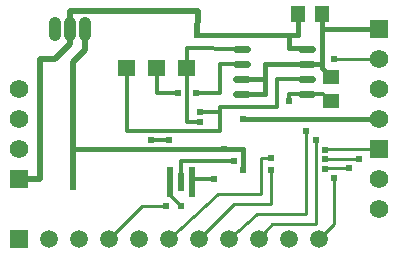
<source format=gtl>
G04 Layer: TopLayer*
G04 EasyEDA v6.3.22, 2020-04-13T19:48:14+03:00*
G04 c1887ebba72c451f92d8c784103bdae8,b00fa10de7d64fab8ce431aff4cbea96,10*
G04 Gerber Generator version 0.2*
G04 Scale: 100 percent, Rotated: No, Reflected: No *
G04 Dimensions in inches *
G04 leading zeros omitted , absolute positions ,2 integer and 4 decimal *
%FSLAX24Y24*%
%MOIN*%
G90*
G70D02*

%ADD10C,0.010000*%
%ADD11C,0.012000*%
%ADD12C,0.016000*%
%ADD13C,0.020000*%
%ADD14C,0.023622*%
%ADD15C,0.024400*%
%ADD16C,0.024000*%
%ADD17R,0.045670X0.057870*%
%ADD18R,0.019685X0.098425*%
%ADD19R,0.019685X0.062992*%
%ADD20R,0.057870X0.045670*%
%ADD22C,0.062000*%
%ADD23R,0.062000X0.062000*%
%ADD24C,0.059000*%
%ADD25R,0.059000X0.059000*%
%ADD26C,0.039370*%

%LPD*%
G54D11*
G01X6000Y2500D02*
G01X6000Y3200D01*
G01X7760Y3200D01*
G01X6373Y2500D02*
G01X6473Y2600D01*
G01X7100Y2600D01*
G01X5626Y2500D02*
G01X5626Y2073D01*
G01X6000Y1700D01*
G01X5000Y3900D02*
G01X5600Y3900D01*
G54D12*
G01X7439Y3600D02*
G01X8060Y3600D01*
G01X8060Y2900D01*
G54D11*
G01X10178Y5450D02*
G01X10749Y5450D01*
G01X11000Y5199D01*
G54D12*
G01X11000Y5999D02*
G01X10700Y6299D01*
G01X10700Y6450D01*
G01X10700Y8099D02*
G01X10700Y7600D01*
G01X12600Y7600D01*
G01X10178Y6450D02*
G01X10700Y6450D01*
G01X10700Y8099D01*
G54D11*
G01X6639Y4519D02*
G01X6200Y4519D01*
G01X6200Y6300D01*
G01X6200Y6959D01*
G01X8021Y6950D01*
G01X6500Y5459D02*
G01X7300Y5459D01*
G01X7300Y6440D01*
G01X8021Y6440D01*
G01X8021Y6450D01*
G01X7300Y5000D02*
G01X9200Y5000D01*
G01X9200Y5950D01*
G01X10178Y5950D01*
G54D12*
G01X8021Y5450D02*
G01X8800Y5450D01*
G01X8800Y5950D01*
G01X8021Y5950D02*
G01X8800Y5950D01*
G01X8800Y6450D01*
G01X10178Y6450D01*
G54D11*
G01X9619Y5200D02*
G01X9619Y5450D01*
G01X10178Y5450D01*
G54D13*
G01X600Y2600D02*
G01X1300Y2600D01*
G01X1300Y2600D01*
G01X1300Y3580D01*
G54D12*
G01X2400Y3600D02*
G01X7439Y3600D01*
G54D13*
G01X2400Y5080D02*
G01X2400Y2340D01*
G01X1800Y6600D02*
G01X1300Y6600D01*
G01X1300Y6600D02*
G01X1300Y3580D01*
G01X2300Y7600D02*
G01X2300Y7100D01*
G01X1800Y6600D01*
G54D10*
G01X5500Y1700D02*
G01X4700Y1700D01*
G01X3600Y600D01*
G01X10800Y3580D02*
G01X10800Y3600D01*
G01X12600Y3600D01*
G01X5600Y600D02*
G01X7257Y2119D01*
G01X8680Y2119D01*
G01X8680Y3300D01*
G01X9000Y3300D01*
G01X10180Y4219D02*
G01X10180Y1439D01*
G01X8547Y1439D01*
G01X7600Y600D01*
G01X10500Y3900D02*
G01X10500Y1119D01*
G01X9046Y1119D01*
G01X8600Y600D01*
G01X10800Y2959D02*
G01X11600Y2959D01*
G01X11939Y3259D02*
G01X10780Y3259D01*
G01X12600Y6600D02*
G01X11100Y6600D01*
G54D12*
G01X12600Y4600D02*
G01X8060Y4600D01*
G54D10*
G01X11100Y2640D02*
G01X11100Y1100D01*
G01X10600Y600D01*
G01X6600Y600D02*
G01X7780Y1780D01*
G01X9000Y1780D01*
G01X9000Y2900D01*
G54D13*
G01X2800Y7600D02*
G01X2800Y6900D01*
G01X2400Y6500D01*
G01X2400Y5080D01*
G01X2300Y7600D02*
G01X2300Y8200D01*
G01X6560Y8200D01*
G01X6556Y7400D01*
G01X6556Y7400D01*
G54D11*
G01X6200Y5900D02*
G01X6200Y6300D01*
G01X5200Y6300D02*
G01X5200Y5460D01*
G01X5900Y5460D01*
G01X7300Y5000D02*
G01X7300Y5000D01*
G01X7300Y4200D01*
G01X4200Y4200D01*
G01X4200Y6300D01*
G54D12*
G01X6556Y7400D02*
G01X9600Y7400D01*
G01X9600Y6959D01*
G01X10178Y6959D01*
G01X10178Y6950D01*
G01X10700Y8099D02*
G01X10700Y8099D01*
G01X10700Y7600D01*
G01X9600Y7400D02*
G01X9900Y7400D01*
G01X9900Y8099D01*
G54D11*
G01X6639Y4840D02*
G01X7300Y4834D01*
G54D14*
G01X8202Y6950D02*
G01X7840Y6950D01*
G01X8202Y6450D02*
G01X7840Y6450D01*
G01X8202Y5950D02*
G01X7840Y5950D01*
G01X8202Y5450D02*
G01X7840Y5450D01*
G01X10359Y6950D02*
G01X9997Y6950D01*
G01X10359Y6450D02*
G01X9997Y6450D01*
G01X10359Y5950D02*
G01X9997Y5950D01*
G01X10359Y5450D02*
G01X9997Y5450D01*
G54D17*
G01X9900Y8099D03*
G01X10700Y8099D03*
G54D18*
G01X6373Y2500D03*
G54D19*
G01X6000Y2500D03*
G54D18*
G01X5626Y2500D03*
G54D20*
G01X11000Y5999D03*
G01X11000Y5199D03*
G36*
G01X5923Y6576D02*
G01X6476Y6576D01*
G01X6476Y6023D01*
G01X5923Y6023D01*
G01X5923Y6576D01*
G37*
G36*
G01X3923Y6576D02*
G01X4476Y6576D01*
G01X4476Y6023D01*
G01X3923Y6023D01*
G01X3923Y6576D01*
G37*
G36*
G01X4923Y6576D02*
G01X5476Y6576D01*
G01X5476Y6023D01*
G01X4923Y6023D01*
G01X4923Y6576D01*
G37*
G54D22*
G01X12600Y1600D03*
G01X12600Y2600D03*
G54D23*
G01X12600Y3600D03*
G01X12600Y7600D03*
G54D22*
G01X12600Y6600D03*
G01X12600Y5600D03*
G01X12600Y4600D03*
G54D24*
G01X10600Y600D03*
G01X9600Y600D03*
G01X8600Y600D03*
G01X7600Y600D03*
G01X6600Y600D03*
G01X5600Y600D03*
G01X4600Y600D03*
G01X3600Y600D03*
G01X2600Y600D03*
G01X1600Y600D03*
G54D25*
G01X600Y600D03*
G54D23*
G01X600Y2600D03*
G54D22*
G01X600Y3600D03*
G01X600Y4600D03*
G01X600Y5600D03*
G54D15*
G01X8060Y4600D03*
G01X11100Y6600D03*
G01X10800Y3580D03*
G01X11939Y3259D03*
G01X10800Y3259D03*
G01X10800Y2940D03*
G01X11600Y2959D03*
G01X11100Y2640D03*
G01X10500Y3900D03*
G01X10180Y4219D03*
G01X9000Y3300D03*
G01X9000Y2900D03*
G01X8060Y2900D03*
G01X7439Y3600D03*
G01X1300Y3580D03*
G01X6556Y7400D03*
G01X5500Y1700D03*
G01X2400Y5090D03*
G01X6639Y4519D03*
G01X6639Y4840D03*
G01X6500Y5459D03*
G54D16*
G01X2400Y2340D03*
G01X9619Y5200D03*
G01X5900Y5459D03*
G54D15*
G01X5000Y3900D03*
G01X5600Y3900D03*
G54D16*
G01X6000Y1700D03*
G01X7100Y2600D03*
G01X7760Y3200D03*
G54D26*
G01X2800Y7796D02*
G01X2800Y7403D01*
G01X2300Y7796D02*
G01X2300Y7403D01*
G01X1800Y7796D02*
G01X1800Y7403D01*
M00*
M02*

</source>
